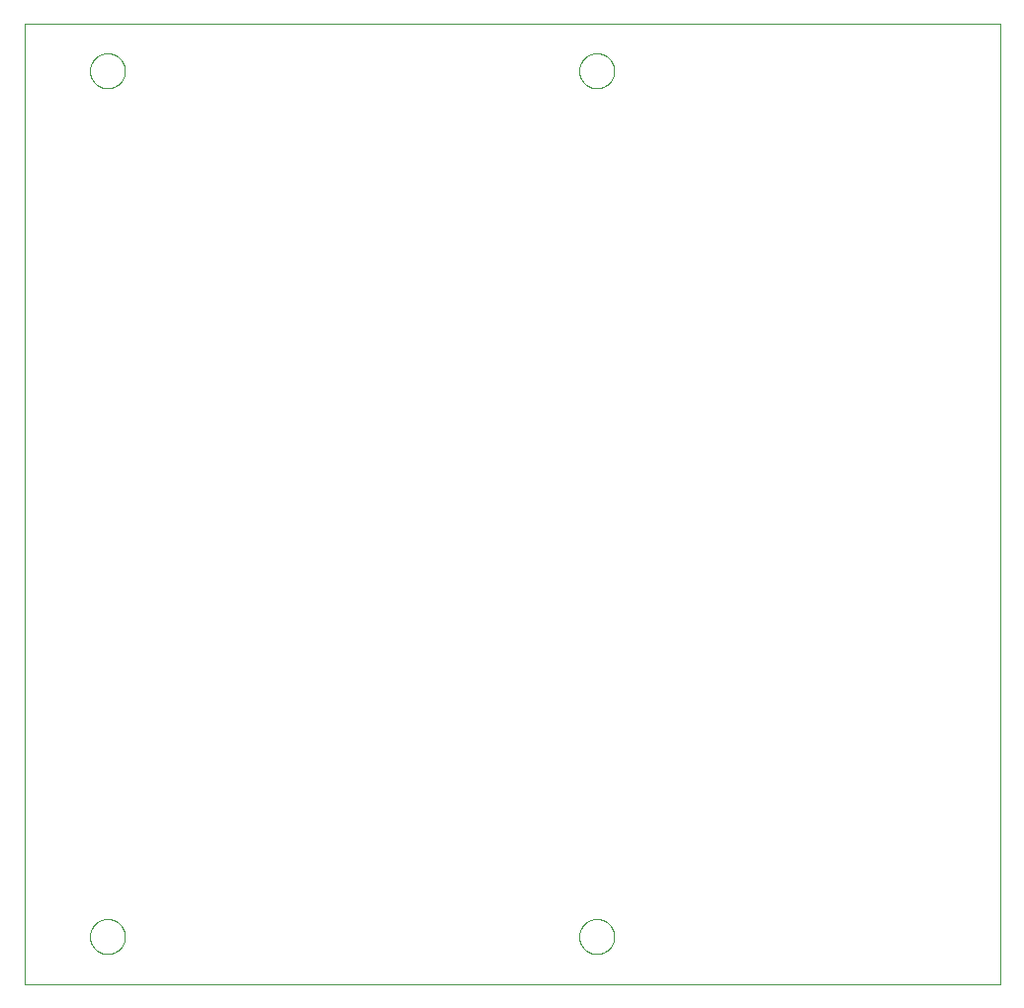
<source format=gm1>
G75*
%MOIN*%
%OFA0B0*%
%FSLAX25Y25*%
%IPPOS*%
%LPD*%
%AMOC8*
5,1,8,0,0,1.08239X$1,22.5*
%
%ADD10C,0.00000*%
D10*
X0048595Y0047933D02*
X0048595Y0371933D01*
X0377595Y0371933D01*
X0377595Y0047933D01*
X0048595Y0047933D01*
X0070695Y0063933D02*
X0070697Y0064086D01*
X0070703Y0064239D01*
X0070713Y0064392D01*
X0070727Y0064545D01*
X0070745Y0064697D01*
X0070766Y0064848D01*
X0070792Y0064999D01*
X0070822Y0065150D01*
X0070855Y0065299D01*
X0070893Y0065448D01*
X0070934Y0065595D01*
X0070979Y0065742D01*
X0071028Y0065887D01*
X0071080Y0066031D01*
X0071137Y0066173D01*
X0071197Y0066314D01*
X0071260Y0066453D01*
X0071328Y0066591D01*
X0071398Y0066727D01*
X0071473Y0066861D01*
X0071550Y0066993D01*
X0071632Y0067123D01*
X0071716Y0067251D01*
X0071804Y0067376D01*
X0071895Y0067499D01*
X0071989Y0067620D01*
X0072086Y0067738D01*
X0072187Y0067854D01*
X0072290Y0067967D01*
X0072396Y0068078D01*
X0072505Y0068185D01*
X0072617Y0068290D01*
X0072731Y0068392D01*
X0072848Y0068491D01*
X0072968Y0068586D01*
X0073090Y0068679D01*
X0073214Y0068768D01*
X0073341Y0068855D01*
X0073470Y0068937D01*
X0073601Y0069017D01*
X0073734Y0069093D01*
X0073869Y0069165D01*
X0074006Y0069234D01*
X0074144Y0069300D01*
X0074284Y0069362D01*
X0074426Y0069420D01*
X0074569Y0069474D01*
X0074714Y0069525D01*
X0074859Y0069572D01*
X0075006Y0069615D01*
X0075154Y0069654D01*
X0075303Y0069690D01*
X0075453Y0069721D01*
X0075604Y0069749D01*
X0075755Y0069773D01*
X0075907Y0069793D01*
X0076060Y0069809D01*
X0076212Y0069821D01*
X0076365Y0069829D01*
X0076518Y0069833D01*
X0076672Y0069833D01*
X0076825Y0069829D01*
X0076978Y0069821D01*
X0077130Y0069809D01*
X0077283Y0069793D01*
X0077435Y0069773D01*
X0077586Y0069749D01*
X0077737Y0069721D01*
X0077887Y0069690D01*
X0078036Y0069654D01*
X0078184Y0069615D01*
X0078331Y0069572D01*
X0078476Y0069525D01*
X0078621Y0069474D01*
X0078764Y0069420D01*
X0078906Y0069362D01*
X0079046Y0069300D01*
X0079184Y0069234D01*
X0079321Y0069165D01*
X0079456Y0069093D01*
X0079589Y0069017D01*
X0079720Y0068937D01*
X0079849Y0068855D01*
X0079976Y0068768D01*
X0080100Y0068679D01*
X0080222Y0068586D01*
X0080342Y0068491D01*
X0080459Y0068392D01*
X0080573Y0068290D01*
X0080685Y0068185D01*
X0080794Y0068078D01*
X0080900Y0067967D01*
X0081003Y0067854D01*
X0081104Y0067738D01*
X0081201Y0067620D01*
X0081295Y0067499D01*
X0081386Y0067376D01*
X0081474Y0067251D01*
X0081558Y0067123D01*
X0081640Y0066993D01*
X0081717Y0066861D01*
X0081792Y0066727D01*
X0081862Y0066591D01*
X0081930Y0066453D01*
X0081993Y0066314D01*
X0082053Y0066173D01*
X0082110Y0066031D01*
X0082162Y0065887D01*
X0082211Y0065742D01*
X0082256Y0065595D01*
X0082297Y0065448D01*
X0082335Y0065299D01*
X0082368Y0065150D01*
X0082398Y0064999D01*
X0082424Y0064848D01*
X0082445Y0064697D01*
X0082463Y0064545D01*
X0082477Y0064392D01*
X0082487Y0064239D01*
X0082493Y0064086D01*
X0082495Y0063933D01*
X0082493Y0063780D01*
X0082487Y0063627D01*
X0082477Y0063474D01*
X0082463Y0063321D01*
X0082445Y0063169D01*
X0082424Y0063018D01*
X0082398Y0062867D01*
X0082368Y0062716D01*
X0082335Y0062567D01*
X0082297Y0062418D01*
X0082256Y0062271D01*
X0082211Y0062124D01*
X0082162Y0061979D01*
X0082110Y0061835D01*
X0082053Y0061693D01*
X0081993Y0061552D01*
X0081930Y0061413D01*
X0081862Y0061275D01*
X0081792Y0061139D01*
X0081717Y0061005D01*
X0081640Y0060873D01*
X0081558Y0060743D01*
X0081474Y0060615D01*
X0081386Y0060490D01*
X0081295Y0060367D01*
X0081201Y0060246D01*
X0081104Y0060128D01*
X0081003Y0060012D01*
X0080900Y0059899D01*
X0080794Y0059788D01*
X0080685Y0059681D01*
X0080573Y0059576D01*
X0080459Y0059474D01*
X0080342Y0059375D01*
X0080222Y0059280D01*
X0080100Y0059187D01*
X0079976Y0059098D01*
X0079849Y0059011D01*
X0079720Y0058929D01*
X0079589Y0058849D01*
X0079456Y0058773D01*
X0079321Y0058701D01*
X0079184Y0058632D01*
X0079046Y0058566D01*
X0078906Y0058504D01*
X0078764Y0058446D01*
X0078621Y0058392D01*
X0078476Y0058341D01*
X0078331Y0058294D01*
X0078184Y0058251D01*
X0078036Y0058212D01*
X0077887Y0058176D01*
X0077737Y0058145D01*
X0077586Y0058117D01*
X0077435Y0058093D01*
X0077283Y0058073D01*
X0077130Y0058057D01*
X0076978Y0058045D01*
X0076825Y0058037D01*
X0076672Y0058033D01*
X0076518Y0058033D01*
X0076365Y0058037D01*
X0076212Y0058045D01*
X0076060Y0058057D01*
X0075907Y0058073D01*
X0075755Y0058093D01*
X0075604Y0058117D01*
X0075453Y0058145D01*
X0075303Y0058176D01*
X0075154Y0058212D01*
X0075006Y0058251D01*
X0074859Y0058294D01*
X0074714Y0058341D01*
X0074569Y0058392D01*
X0074426Y0058446D01*
X0074284Y0058504D01*
X0074144Y0058566D01*
X0074006Y0058632D01*
X0073869Y0058701D01*
X0073734Y0058773D01*
X0073601Y0058849D01*
X0073470Y0058929D01*
X0073341Y0059011D01*
X0073214Y0059098D01*
X0073090Y0059187D01*
X0072968Y0059280D01*
X0072848Y0059375D01*
X0072731Y0059474D01*
X0072617Y0059576D01*
X0072505Y0059681D01*
X0072396Y0059788D01*
X0072290Y0059899D01*
X0072187Y0060012D01*
X0072086Y0060128D01*
X0071989Y0060246D01*
X0071895Y0060367D01*
X0071804Y0060490D01*
X0071716Y0060615D01*
X0071632Y0060743D01*
X0071550Y0060873D01*
X0071473Y0061005D01*
X0071398Y0061139D01*
X0071328Y0061275D01*
X0071260Y0061413D01*
X0071197Y0061552D01*
X0071137Y0061693D01*
X0071080Y0061835D01*
X0071028Y0061979D01*
X0070979Y0062124D01*
X0070934Y0062271D01*
X0070893Y0062418D01*
X0070855Y0062567D01*
X0070822Y0062716D01*
X0070792Y0062867D01*
X0070766Y0063018D01*
X0070745Y0063169D01*
X0070727Y0063321D01*
X0070713Y0063474D01*
X0070703Y0063627D01*
X0070697Y0063780D01*
X0070695Y0063933D01*
X0235695Y0063933D02*
X0235697Y0064086D01*
X0235703Y0064239D01*
X0235713Y0064392D01*
X0235727Y0064545D01*
X0235745Y0064697D01*
X0235766Y0064848D01*
X0235792Y0064999D01*
X0235822Y0065150D01*
X0235855Y0065299D01*
X0235893Y0065448D01*
X0235934Y0065595D01*
X0235979Y0065742D01*
X0236028Y0065887D01*
X0236080Y0066031D01*
X0236137Y0066173D01*
X0236197Y0066314D01*
X0236260Y0066453D01*
X0236328Y0066591D01*
X0236398Y0066727D01*
X0236473Y0066861D01*
X0236550Y0066993D01*
X0236632Y0067123D01*
X0236716Y0067251D01*
X0236804Y0067376D01*
X0236895Y0067499D01*
X0236989Y0067620D01*
X0237086Y0067738D01*
X0237187Y0067854D01*
X0237290Y0067967D01*
X0237396Y0068078D01*
X0237505Y0068185D01*
X0237617Y0068290D01*
X0237731Y0068392D01*
X0237848Y0068491D01*
X0237968Y0068586D01*
X0238090Y0068679D01*
X0238214Y0068768D01*
X0238341Y0068855D01*
X0238470Y0068937D01*
X0238601Y0069017D01*
X0238734Y0069093D01*
X0238869Y0069165D01*
X0239006Y0069234D01*
X0239144Y0069300D01*
X0239284Y0069362D01*
X0239426Y0069420D01*
X0239569Y0069474D01*
X0239714Y0069525D01*
X0239859Y0069572D01*
X0240006Y0069615D01*
X0240154Y0069654D01*
X0240303Y0069690D01*
X0240453Y0069721D01*
X0240604Y0069749D01*
X0240755Y0069773D01*
X0240907Y0069793D01*
X0241060Y0069809D01*
X0241212Y0069821D01*
X0241365Y0069829D01*
X0241518Y0069833D01*
X0241672Y0069833D01*
X0241825Y0069829D01*
X0241978Y0069821D01*
X0242130Y0069809D01*
X0242283Y0069793D01*
X0242435Y0069773D01*
X0242586Y0069749D01*
X0242737Y0069721D01*
X0242887Y0069690D01*
X0243036Y0069654D01*
X0243184Y0069615D01*
X0243331Y0069572D01*
X0243476Y0069525D01*
X0243621Y0069474D01*
X0243764Y0069420D01*
X0243906Y0069362D01*
X0244046Y0069300D01*
X0244184Y0069234D01*
X0244321Y0069165D01*
X0244456Y0069093D01*
X0244589Y0069017D01*
X0244720Y0068937D01*
X0244849Y0068855D01*
X0244976Y0068768D01*
X0245100Y0068679D01*
X0245222Y0068586D01*
X0245342Y0068491D01*
X0245459Y0068392D01*
X0245573Y0068290D01*
X0245685Y0068185D01*
X0245794Y0068078D01*
X0245900Y0067967D01*
X0246003Y0067854D01*
X0246104Y0067738D01*
X0246201Y0067620D01*
X0246295Y0067499D01*
X0246386Y0067376D01*
X0246474Y0067251D01*
X0246558Y0067123D01*
X0246640Y0066993D01*
X0246717Y0066861D01*
X0246792Y0066727D01*
X0246862Y0066591D01*
X0246930Y0066453D01*
X0246993Y0066314D01*
X0247053Y0066173D01*
X0247110Y0066031D01*
X0247162Y0065887D01*
X0247211Y0065742D01*
X0247256Y0065595D01*
X0247297Y0065448D01*
X0247335Y0065299D01*
X0247368Y0065150D01*
X0247398Y0064999D01*
X0247424Y0064848D01*
X0247445Y0064697D01*
X0247463Y0064545D01*
X0247477Y0064392D01*
X0247487Y0064239D01*
X0247493Y0064086D01*
X0247495Y0063933D01*
X0247493Y0063780D01*
X0247487Y0063627D01*
X0247477Y0063474D01*
X0247463Y0063321D01*
X0247445Y0063169D01*
X0247424Y0063018D01*
X0247398Y0062867D01*
X0247368Y0062716D01*
X0247335Y0062567D01*
X0247297Y0062418D01*
X0247256Y0062271D01*
X0247211Y0062124D01*
X0247162Y0061979D01*
X0247110Y0061835D01*
X0247053Y0061693D01*
X0246993Y0061552D01*
X0246930Y0061413D01*
X0246862Y0061275D01*
X0246792Y0061139D01*
X0246717Y0061005D01*
X0246640Y0060873D01*
X0246558Y0060743D01*
X0246474Y0060615D01*
X0246386Y0060490D01*
X0246295Y0060367D01*
X0246201Y0060246D01*
X0246104Y0060128D01*
X0246003Y0060012D01*
X0245900Y0059899D01*
X0245794Y0059788D01*
X0245685Y0059681D01*
X0245573Y0059576D01*
X0245459Y0059474D01*
X0245342Y0059375D01*
X0245222Y0059280D01*
X0245100Y0059187D01*
X0244976Y0059098D01*
X0244849Y0059011D01*
X0244720Y0058929D01*
X0244589Y0058849D01*
X0244456Y0058773D01*
X0244321Y0058701D01*
X0244184Y0058632D01*
X0244046Y0058566D01*
X0243906Y0058504D01*
X0243764Y0058446D01*
X0243621Y0058392D01*
X0243476Y0058341D01*
X0243331Y0058294D01*
X0243184Y0058251D01*
X0243036Y0058212D01*
X0242887Y0058176D01*
X0242737Y0058145D01*
X0242586Y0058117D01*
X0242435Y0058093D01*
X0242283Y0058073D01*
X0242130Y0058057D01*
X0241978Y0058045D01*
X0241825Y0058037D01*
X0241672Y0058033D01*
X0241518Y0058033D01*
X0241365Y0058037D01*
X0241212Y0058045D01*
X0241060Y0058057D01*
X0240907Y0058073D01*
X0240755Y0058093D01*
X0240604Y0058117D01*
X0240453Y0058145D01*
X0240303Y0058176D01*
X0240154Y0058212D01*
X0240006Y0058251D01*
X0239859Y0058294D01*
X0239714Y0058341D01*
X0239569Y0058392D01*
X0239426Y0058446D01*
X0239284Y0058504D01*
X0239144Y0058566D01*
X0239006Y0058632D01*
X0238869Y0058701D01*
X0238734Y0058773D01*
X0238601Y0058849D01*
X0238470Y0058929D01*
X0238341Y0059011D01*
X0238214Y0059098D01*
X0238090Y0059187D01*
X0237968Y0059280D01*
X0237848Y0059375D01*
X0237731Y0059474D01*
X0237617Y0059576D01*
X0237505Y0059681D01*
X0237396Y0059788D01*
X0237290Y0059899D01*
X0237187Y0060012D01*
X0237086Y0060128D01*
X0236989Y0060246D01*
X0236895Y0060367D01*
X0236804Y0060490D01*
X0236716Y0060615D01*
X0236632Y0060743D01*
X0236550Y0060873D01*
X0236473Y0061005D01*
X0236398Y0061139D01*
X0236328Y0061275D01*
X0236260Y0061413D01*
X0236197Y0061552D01*
X0236137Y0061693D01*
X0236080Y0061835D01*
X0236028Y0061979D01*
X0235979Y0062124D01*
X0235934Y0062271D01*
X0235893Y0062418D01*
X0235855Y0062567D01*
X0235822Y0062716D01*
X0235792Y0062867D01*
X0235766Y0063018D01*
X0235745Y0063169D01*
X0235727Y0063321D01*
X0235713Y0063474D01*
X0235703Y0063627D01*
X0235697Y0063780D01*
X0235695Y0063933D01*
X0235695Y0355933D02*
X0235697Y0356086D01*
X0235703Y0356239D01*
X0235713Y0356392D01*
X0235727Y0356545D01*
X0235745Y0356697D01*
X0235766Y0356848D01*
X0235792Y0356999D01*
X0235822Y0357150D01*
X0235855Y0357299D01*
X0235893Y0357448D01*
X0235934Y0357595D01*
X0235979Y0357742D01*
X0236028Y0357887D01*
X0236080Y0358031D01*
X0236137Y0358173D01*
X0236197Y0358314D01*
X0236260Y0358453D01*
X0236328Y0358591D01*
X0236398Y0358727D01*
X0236473Y0358861D01*
X0236550Y0358993D01*
X0236632Y0359123D01*
X0236716Y0359251D01*
X0236804Y0359376D01*
X0236895Y0359499D01*
X0236989Y0359620D01*
X0237086Y0359738D01*
X0237187Y0359854D01*
X0237290Y0359967D01*
X0237396Y0360078D01*
X0237505Y0360185D01*
X0237617Y0360290D01*
X0237731Y0360392D01*
X0237848Y0360491D01*
X0237968Y0360586D01*
X0238090Y0360679D01*
X0238214Y0360768D01*
X0238341Y0360855D01*
X0238470Y0360937D01*
X0238601Y0361017D01*
X0238734Y0361093D01*
X0238869Y0361165D01*
X0239006Y0361234D01*
X0239144Y0361300D01*
X0239284Y0361362D01*
X0239426Y0361420D01*
X0239569Y0361474D01*
X0239714Y0361525D01*
X0239859Y0361572D01*
X0240006Y0361615D01*
X0240154Y0361654D01*
X0240303Y0361690D01*
X0240453Y0361721D01*
X0240604Y0361749D01*
X0240755Y0361773D01*
X0240907Y0361793D01*
X0241060Y0361809D01*
X0241212Y0361821D01*
X0241365Y0361829D01*
X0241518Y0361833D01*
X0241672Y0361833D01*
X0241825Y0361829D01*
X0241978Y0361821D01*
X0242130Y0361809D01*
X0242283Y0361793D01*
X0242435Y0361773D01*
X0242586Y0361749D01*
X0242737Y0361721D01*
X0242887Y0361690D01*
X0243036Y0361654D01*
X0243184Y0361615D01*
X0243331Y0361572D01*
X0243476Y0361525D01*
X0243621Y0361474D01*
X0243764Y0361420D01*
X0243906Y0361362D01*
X0244046Y0361300D01*
X0244184Y0361234D01*
X0244321Y0361165D01*
X0244456Y0361093D01*
X0244589Y0361017D01*
X0244720Y0360937D01*
X0244849Y0360855D01*
X0244976Y0360768D01*
X0245100Y0360679D01*
X0245222Y0360586D01*
X0245342Y0360491D01*
X0245459Y0360392D01*
X0245573Y0360290D01*
X0245685Y0360185D01*
X0245794Y0360078D01*
X0245900Y0359967D01*
X0246003Y0359854D01*
X0246104Y0359738D01*
X0246201Y0359620D01*
X0246295Y0359499D01*
X0246386Y0359376D01*
X0246474Y0359251D01*
X0246558Y0359123D01*
X0246640Y0358993D01*
X0246717Y0358861D01*
X0246792Y0358727D01*
X0246862Y0358591D01*
X0246930Y0358453D01*
X0246993Y0358314D01*
X0247053Y0358173D01*
X0247110Y0358031D01*
X0247162Y0357887D01*
X0247211Y0357742D01*
X0247256Y0357595D01*
X0247297Y0357448D01*
X0247335Y0357299D01*
X0247368Y0357150D01*
X0247398Y0356999D01*
X0247424Y0356848D01*
X0247445Y0356697D01*
X0247463Y0356545D01*
X0247477Y0356392D01*
X0247487Y0356239D01*
X0247493Y0356086D01*
X0247495Y0355933D01*
X0247493Y0355780D01*
X0247487Y0355627D01*
X0247477Y0355474D01*
X0247463Y0355321D01*
X0247445Y0355169D01*
X0247424Y0355018D01*
X0247398Y0354867D01*
X0247368Y0354716D01*
X0247335Y0354567D01*
X0247297Y0354418D01*
X0247256Y0354271D01*
X0247211Y0354124D01*
X0247162Y0353979D01*
X0247110Y0353835D01*
X0247053Y0353693D01*
X0246993Y0353552D01*
X0246930Y0353413D01*
X0246862Y0353275D01*
X0246792Y0353139D01*
X0246717Y0353005D01*
X0246640Y0352873D01*
X0246558Y0352743D01*
X0246474Y0352615D01*
X0246386Y0352490D01*
X0246295Y0352367D01*
X0246201Y0352246D01*
X0246104Y0352128D01*
X0246003Y0352012D01*
X0245900Y0351899D01*
X0245794Y0351788D01*
X0245685Y0351681D01*
X0245573Y0351576D01*
X0245459Y0351474D01*
X0245342Y0351375D01*
X0245222Y0351280D01*
X0245100Y0351187D01*
X0244976Y0351098D01*
X0244849Y0351011D01*
X0244720Y0350929D01*
X0244589Y0350849D01*
X0244456Y0350773D01*
X0244321Y0350701D01*
X0244184Y0350632D01*
X0244046Y0350566D01*
X0243906Y0350504D01*
X0243764Y0350446D01*
X0243621Y0350392D01*
X0243476Y0350341D01*
X0243331Y0350294D01*
X0243184Y0350251D01*
X0243036Y0350212D01*
X0242887Y0350176D01*
X0242737Y0350145D01*
X0242586Y0350117D01*
X0242435Y0350093D01*
X0242283Y0350073D01*
X0242130Y0350057D01*
X0241978Y0350045D01*
X0241825Y0350037D01*
X0241672Y0350033D01*
X0241518Y0350033D01*
X0241365Y0350037D01*
X0241212Y0350045D01*
X0241060Y0350057D01*
X0240907Y0350073D01*
X0240755Y0350093D01*
X0240604Y0350117D01*
X0240453Y0350145D01*
X0240303Y0350176D01*
X0240154Y0350212D01*
X0240006Y0350251D01*
X0239859Y0350294D01*
X0239714Y0350341D01*
X0239569Y0350392D01*
X0239426Y0350446D01*
X0239284Y0350504D01*
X0239144Y0350566D01*
X0239006Y0350632D01*
X0238869Y0350701D01*
X0238734Y0350773D01*
X0238601Y0350849D01*
X0238470Y0350929D01*
X0238341Y0351011D01*
X0238214Y0351098D01*
X0238090Y0351187D01*
X0237968Y0351280D01*
X0237848Y0351375D01*
X0237731Y0351474D01*
X0237617Y0351576D01*
X0237505Y0351681D01*
X0237396Y0351788D01*
X0237290Y0351899D01*
X0237187Y0352012D01*
X0237086Y0352128D01*
X0236989Y0352246D01*
X0236895Y0352367D01*
X0236804Y0352490D01*
X0236716Y0352615D01*
X0236632Y0352743D01*
X0236550Y0352873D01*
X0236473Y0353005D01*
X0236398Y0353139D01*
X0236328Y0353275D01*
X0236260Y0353413D01*
X0236197Y0353552D01*
X0236137Y0353693D01*
X0236080Y0353835D01*
X0236028Y0353979D01*
X0235979Y0354124D01*
X0235934Y0354271D01*
X0235893Y0354418D01*
X0235855Y0354567D01*
X0235822Y0354716D01*
X0235792Y0354867D01*
X0235766Y0355018D01*
X0235745Y0355169D01*
X0235727Y0355321D01*
X0235713Y0355474D01*
X0235703Y0355627D01*
X0235697Y0355780D01*
X0235695Y0355933D01*
X0070695Y0355933D02*
X0070697Y0356086D01*
X0070703Y0356239D01*
X0070713Y0356392D01*
X0070727Y0356545D01*
X0070745Y0356697D01*
X0070766Y0356848D01*
X0070792Y0356999D01*
X0070822Y0357150D01*
X0070855Y0357299D01*
X0070893Y0357448D01*
X0070934Y0357595D01*
X0070979Y0357742D01*
X0071028Y0357887D01*
X0071080Y0358031D01*
X0071137Y0358173D01*
X0071197Y0358314D01*
X0071260Y0358453D01*
X0071328Y0358591D01*
X0071398Y0358727D01*
X0071473Y0358861D01*
X0071550Y0358993D01*
X0071632Y0359123D01*
X0071716Y0359251D01*
X0071804Y0359376D01*
X0071895Y0359499D01*
X0071989Y0359620D01*
X0072086Y0359738D01*
X0072187Y0359854D01*
X0072290Y0359967D01*
X0072396Y0360078D01*
X0072505Y0360185D01*
X0072617Y0360290D01*
X0072731Y0360392D01*
X0072848Y0360491D01*
X0072968Y0360586D01*
X0073090Y0360679D01*
X0073214Y0360768D01*
X0073341Y0360855D01*
X0073470Y0360937D01*
X0073601Y0361017D01*
X0073734Y0361093D01*
X0073869Y0361165D01*
X0074006Y0361234D01*
X0074144Y0361300D01*
X0074284Y0361362D01*
X0074426Y0361420D01*
X0074569Y0361474D01*
X0074714Y0361525D01*
X0074859Y0361572D01*
X0075006Y0361615D01*
X0075154Y0361654D01*
X0075303Y0361690D01*
X0075453Y0361721D01*
X0075604Y0361749D01*
X0075755Y0361773D01*
X0075907Y0361793D01*
X0076060Y0361809D01*
X0076212Y0361821D01*
X0076365Y0361829D01*
X0076518Y0361833D01*
X0076672Y0361833D01*
X0076825Y0361829D01*
X0076978Y0361821D01*
X0077130Y0361809D01*
X0077283Y0361793D01*
X0077435Y0361773D01*
X0077586Y0361749D01*
X0077737Y0361721D01*
X0077887Y0361690D01*
X0078036Y0361654D01*
X0078184Y0361615D01*
X0078331Y0361572D01*
X0078476Y0361525D01*
X0078621Y0361474D01*
X0078764Y0361420D01*
X0078906Y0361362D01*
X0079046Y0361300D01*
X0079184Y0361234D01*
X0079321Y0361165D01*
X0079456Y0361093D01*
X0079589Y0361017D01*
X0079720Y0360937D01*
X0079849Y0360855D01*
X0079976Y0360768D01*
X0080100Y0360679D01*
X0080222Y0360586D01*
X0080342Y0360491D01*
X0080459Y0360392D01*
X0080573Y0360290D01*
X0080685Y0360185D01*
X0080794Y0360078D01*
X0080900Y0359967D01*
X0081003Y0359854D01*
X0081104Y0359738D01*
X0081201Y0359620D01*
X0081295Y0359499D01*
X0081386Y0359376D01*
X0081474Y0359251D01*
X0081558Y0359123D01*
X0081640Y0358993D01*
X0081717Y0358861D01*
X0081792Y0358727D01*
X0081862Y0358591D01*
X0081930Y0358453D01*
X0081993Y0358314D01*
X0082053Y0358173D01*
X0082110Y0358031D01*
X0082162Y0357887D01*
X0082211Y0357742D01*
X0082256Y0357595D01*
X0082297Y0357448D01*
X0082335Y0357299D01*
X0082368Y0357150D01*
X0082398Y0356999D01*
X0082424Y0356848D01*
X0082445Y0356697D01*
X0082463Y0356545D01*
X0082477Y0356392D01*
X0082487Y0356239D01*
X0082493Y0356086D01*
X0082495Y0355933D01*
X0082493Y0355780D01*
X0082487Y0355627D01*
X0082477Y0355474D01*
X0082463Y0355321D01*
X0082445Y0355169D01*
X0082424Y0355018D01*
X0082398Y0354867D01*
X0082368Y0354716D01*
X0082335Y0354567D01*
X0082297Y0354418D01*
X0082256Y0354271D01*
X0082211Y0354124D01*
X0082162Y0353979D01*
X0082110Y0353835D01*
X0082053Y0353693D01*
X0081993Y0353552D01*
X0081930Y0353413D01*
X0081862Y0353275D01*
X0081792Y0353139D01*
X0081717Y0353005D01*
X0081640Y0352873D01*
X0081558Y0352743D01*
X0081474Y0352615D01*
X0081386Y0352490D01*
X0081295Y0352367D01*
X0081201Y0352246D01*
X0081104Y0352128D01*
X0081003Y0352012D01*
X0080900Y0351899D01*
X0080794Y0351788D01*
X0080685Y0351681D01*
X0080573Y0351576D01*
X0080459Y0351474D01*
X0080342Y0351375D01*
X0080222Y0351280D01*
X0080100Y0351187D01*
X0079976Y0351098D01*
X0079849Y0351011D01*
X0079720Y0350929D01*
X0079589Y0350849D01*
X0079456Y0350773D01*
X0079321Y0350701D01*
X0079184Y0350632D01*
X0079046Y0350566D01*
X0078906Y0350504D01*
X0078764Y0350446D01*
X0078621Y0350392D01*
X0078476Y0350341D01*
X0078331Y0350294D01*
X0078184Y0350251D01*
X0078036Y0350212D01*
X0077887Y0350176D01*
X0077737Y0350145D01*
X0077586Y0350117D01*
X0077435Y0350093D01*
X0077283Y0350073D01*
X0077130Y0350057D01*
X0076978Y0350045D01*
X0076825Y0350037D01*
X0076672Y0350033D01*
X0076518Y0350033D01*
X0076365Y0350037D01*
X0076212Y0350045D01*
X0076060Y0350057D01*
X0075907Y0350073D01*
X0075755Y0350093D01*
X0075604Y0350117D01*
X0075453Y0350145D01*
X0075303Y0350176D01*
X0075154Y0350212D01*
X0075006Y0350251D01*
X0074859Y0350294D01*
X0074714Y0350341D01*
X0074569Y0350392D01*
X0074426Y0350446D01*
X0074284Y0350504D01*
X0074144Y0350566D01*
X0074006Y0350632D01*
X0073869Y0350701D01*
X0073734Y0350773D01*
X0073601Y0350849D01*
X0073470Y0350929D01*
X0073341Y0351011D01*
X0073214Y0351098D01*
X0073090Y0351187D01*
X0072968Y0351280D01*
X0072848Y0351375D01*
X0072731Y0351474D01*
X0072617Y0351576D01*
X0072505Y0351681D01*
X0072396Y0351788D01*
X0072290Y0351899D01*
X0072187Y0352012D01*
X0072086Y0352128D01*
X0071989Y0352246D01*
X0071895Y0352367D01*
X0071804Y0352490D01*
X0071716Y0352615D01*
X0071632Y0352743D01*
X0071550Y0352873D01*
X0071473Y0353005D01*
X0071398Y0353139D01*
X0071328Y0353275D01*
X0071260Y0353413D01*
X0071197Y0353552D01*
X0071137Y0353693D01*
X0071080Y0353835D01*
X0071028Y0353979D01*
X0070979Y0354124D01*
X0070934Y0354271D01*
X0070893Y0354418D01*
X0070855Y0354567D01*
X0070822Y0354716D01*
X0070792Y0354867D01*
X0070766Y0355018D01*
X0070745Y0355169D01*
X0070727Y0355321D01*
X0070713Y0355474D01*
X0070703Y0355627D01*
X0070697Y0355780D01*
X0070695Y0355933D01*
M02*

</source>
